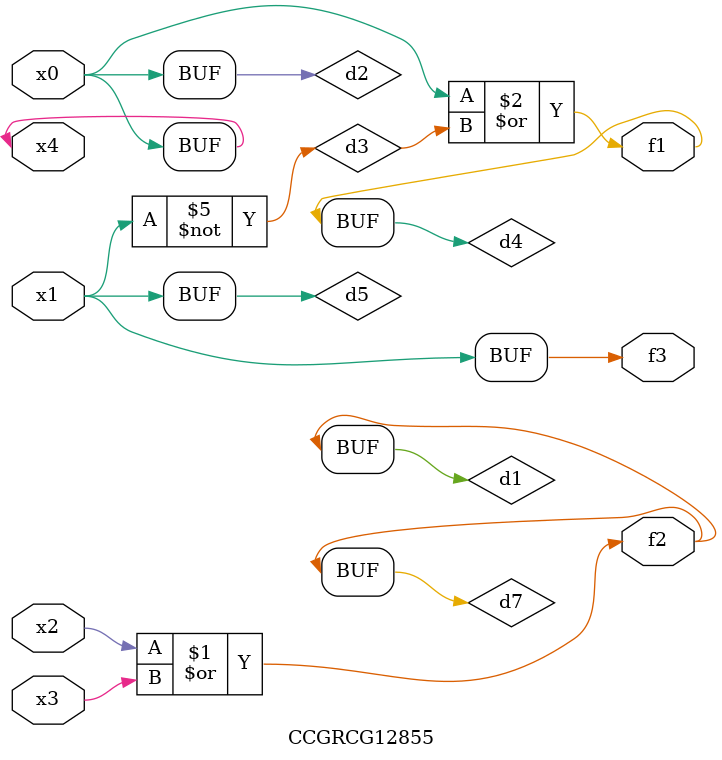
<source format=v>
module CCGRCG12855(
	input x0, x1, x2, x3, x4,
	output f1, f2, f3
);

	wire d1, d2, d3, d4, d5, d6, d7;

	or (d1, x2, x3);
	buf (d2, x0, x4);
	not (d3, x1);
	or (d4, d2, d3);
	not (d5, d3);
	nand (d6, d1, d3);
	or (d7, d1);
	assign f1 = d4;
	assign f2 = d7;
	assign f3 = d5;
endmodule

</source>
